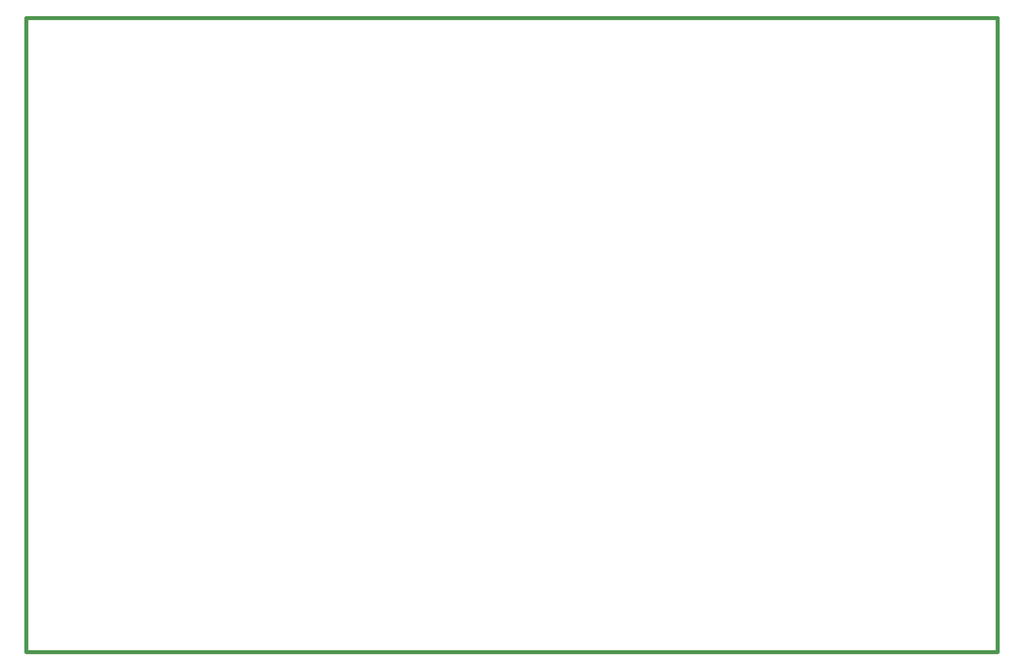
<source format=gko>
G04*
G04 #@! TF.GenerationSoftware,Altium Limited,Altium Designer,20.0.10 (225)*
G04*
G04 Layer_Color=16711935*
%FSLAX25Y25*%
%MOIN*%
G70*
G01*
G75*
%ADD57C,0.04724*%
D57*
X247000Y126500D02*
Y873500D01*
X1390500Y873500D01*
X1390500Y126500D01*
X247000Y126500D02*
X1390500Y126500D01*
M02*

</source>
